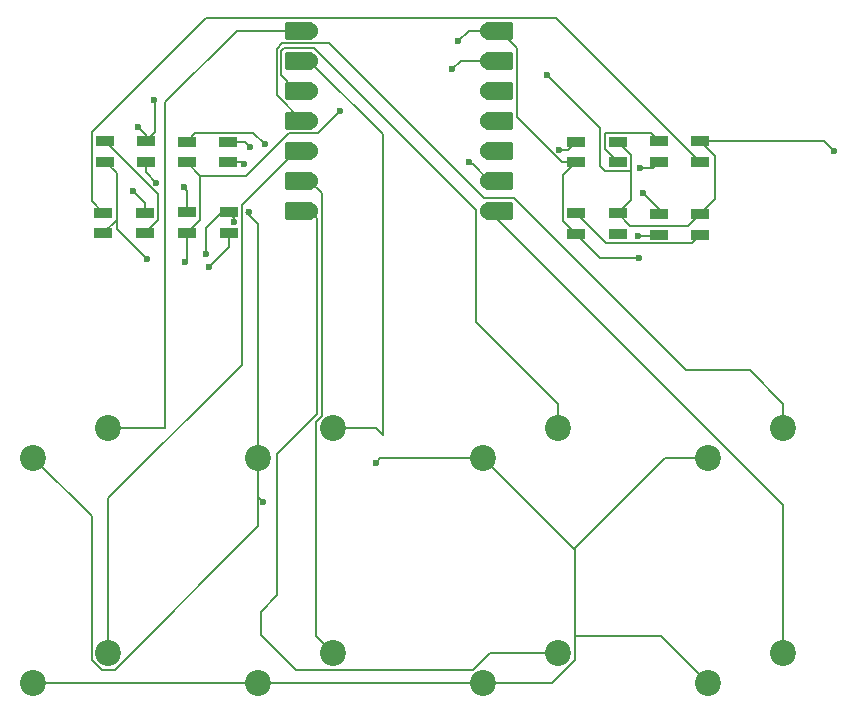
<source format=gbr>
%TF.GenerationSoftware,KiCad,Pcbnew,9.0.6*%
%TF.CreationDate,2025-12-07T16:29:36+00:00*%
%TF.ProjectId,flightsimhackpad,666c6967-6874-4736-996d-6861636b7061,rev?*%
%TF.SameCoordinates,Original*%
%TF.FileFunction,Copper,L1,Top*%
%TF.FilePolarity,Positive*%
%FSLAX46Y46*%
G04 Gerber Fmt 4.6, Leading zero omitted, Abs format (unit mm)*
G04 Created by KiCad (PCBNEW 9.0.6) date 2025-12-07 16:29:36*
%MOMM*%
%LPD*%
G01*
G04 APERTURE LIST*
G04 Aperture macros list*
%AMRoundRect*
0 Rectangle with rounded corners*
0 $1 Rounding radius*
0 $2 $3 $4 $5 $6 $7 $8 $9 X,Y pos of 4 corners*
0 Add a 4 corners polygon primitive as box body*
4,1,4,$2,$3,$4,$5,$6,$7,$8,$9,$2,$3,0*
0 Add four circle primitives for the rounded corners*
1,1,$1+$1,$2,$3*
1,1,$1+$1,$4,$5*
1,1,$1+$1,$6,$7*
1,1,$1+$1,$8,$9*
0 Add four rect primitives between the rounded corners*
20,1,$1+$1,$2,$3,$4,$5,0*
20,1,$1+$1,$4,$5,$6,$7,0*
20,1,$1+$1,$6,$7,$8,$9,0*
20,1,$1+$1,$8,$9,$2,$3,0*%
G04 Aperture macros list end*
%TA.AperFunction,ComponentPad*%
%ADD10C,2.200000*%
%TD*%
%TA.AperFunction,SMDPad,CuDef*%
%ADD11R,1.600000X0.850000*%
%TD*%
%TA.AperFunction,SMDPad,CuDef*%
%ADD12RoundRect,0.152400X1.063600X0.609600X-1.063600X0.609600X-1.063600X-0.609600X1.063600X-0.609600X0*%
%TD*%
%TA.AperFunction,ComponentPad*%
%ADD13C,1.524000*%
%TD*%
%TA.AperFunction,SMDPad,CuDef*%
%ADD14RoundRect,0.152400X-1.063600X-0.609600X1.063600X-0.609600X1.063600X0.609600X-1.063600X0.609600X0*%
%TD*%
%TA.AperFunction,ViaPad*%
%ADD15C,0.600000*%
%TD*%
%TA.AperFunction,Conductor*%
%ADD16C,0.200000*%
%TD*%
G04 APERTURE END LIST*
D10*
%TO.P,SW7,1,1*%
%TO.N,GND*%
X126206250Y-161925000D03*
%TO.P,SW7,2,2*%
%TO.N,Net-(U1-GPIO0{slash}TX)*%
X132556250Y-159385000D03*
%TD*%
D11*
%TO.P,D4,1,DOUT*%
%TO.N,Net-(D4-DOUT)*%
X97650000Y-117785000D03*
%TO.P,D4,2,VSS*%
%TO.N,GND*%
X97650000Y-116035000D03*
%TO.P,D4,3,DIN*%
%TO.N,Net-(D3-DOUT)*%
X94150000Y-116035000D03*
%TO.P,D4,4,VDD*%
%TO.N,+5V*%
X94150000Y-117785000D03*
%TD*%
D12*
%TO.P,U1,1,GPIO26/ADC0/A0*%
%TO.N,Net-(U1-GPIO26{slash}ADC0{slash}A0)*%
X110607500Y-106680000D03*
D13*
X111442500Y-106680000D03*
D12*
%TO.P,U1,2,GPIO27/ADC1/A1*%
%TO.N,Net-(U1-GPIO27{slash}ADC1{slash}A1)*%
X110607500Y-109220000D03*
D13*
X111442500Y-109220000D03*
D12*
%TO.P,U1,3,GPIO28/ADC2/A2*%
%TO.N,Net-(U1-GPIO28{slash}ADC2{slash}A2)*%
X110607500Y-111760000D03*
D13*
X111442500Y-111760000D03*
D12*
%TO.P,U1,4,GPIO29/ADC3/A3*%
%TO.N,Net-(U1-GPIO29{slash}ADC3{slash}A3)*%
X110607500Y-114300000D03*
D13*
X111442500Y-114300000D03*
D12*
%TO.P,U1,5,GPIO6/SDA*%
%TO.N,Net-(U1-GPIO6{slash}SDA)*%
X110607500Y-116840000D03*
D13*
X111442500Y-116840000D03*
D12*
%TO.P,U1,6,GPIO7/SCL*%
%TO.N,Net-(U1-GPIO7{slash}SCL)*%
X110607500Y-119380000D03*
D13*
X111442500Y-119380000D03*
D12*
%TO.P,U1,7,GPIO0/TX*%
%TO.N,Net-(U1-GPIO0{slash}TX)*%
X110607500Y-121920000D03*
D13*
X111442500Y-121920000D03*
%TO.P,U1,8,GPIO1/RX*%
%TO.N,Net-(U1-GPIO1{slash}RX)*%
X126682500Y-121920000D03*
D14*
X127517500Y-121920000D03*
D13*
%TO.P,U1,9,GPIO2/SCK*%
%TO.N,Net-(D5-DIN)*%
X126682500Y-119380000D03*
D14*
X127517500Y-119380000D03*
D13*
%TO.P,U1,10,GPIO4/MISO*%
%TO.N,unconnected-(U1-GPIO4{slash}MISO-Pad10)*%
X126682500Y-116840000D03*
D14*
X127517500Y-116840000D03*
D13*
%TO.P,U1,11,GPIO3/MOSI*%
%TO.N,unconnected-(U1-GPIO3{slash}MOSI-Pad11)*%
X126682500Y-114300000D03*
D14*
X127517500Y-114300000D03*
D13*
%TO.P,U1,12,3V3*%
%TO.N,unconnected-(U1-3V3-Pad12)*%
X126682500Y-111760000D03*
D14*
X127517500Y-111760000D03*
D13*
%TO.P,U1,13,GND*%
%TO.N,GND*%
X126682500Y-109220000D03*
D14*
X127517500Y-109220000D03*
D13*
%TO.P,U1,14,VBUS*%
%TO.N,+5V*%
X126682500Y-106680000D03*
D14*
X127517500Y-106680000D03*
%TD*%
D11*
%TO.P,D3,1,DOUT*%
%TO.N,Net-(D3-DOUT)*%
X97530000Y-123855000D03*
%TO.P,D3,2,VSS*%
%TO.N,GND*%
X97530000Y-122105000D03*
%TO.P,D3,3,DIN*%
%TO.N,Net-(D2-DOUT)*%
X94030000Y-122105000D03*
%TO.P,D3,4,VDD*%
%TO.N,+5V*%
X94030000Y-123855000D03*
%TD*%
D10*
%TO.P,SW3,1,1*%
%TO.N,GND*%
X126206250Y-142875000D03*
%TO.P,SW3,2,2*%
%TO.N,Net-(U1-GPIO28{slash}ADC2{slash}A2)*%
X132556250Y-140335000D03*
%TD*%
%TO.P,SW6,1,1*%
%TO.N,GND*%
X107156250Y-161925000D03*
%TO.P,SW6,2,2*%
%TO.N,Net-(U1-GPIO7{slash}SCL)*%
X113506250Y-159385000D03*
%TD*%
D11*
%TO.P,D6,1,DOUT*%
%TO.N,unconnected-(D6-DOUT-Pad1)*%
X137570000Y-123900000D03*
%TO.P,D6,2,VSS*%
%TO.N,GND*%
X137570000Y-122150000D03*
%TO.P,D6,3,DIN*%
%TO.N,Net-(D6-DIN)*%
X134070000Y-122150000D03*
%TO.P,D6,4,VDD*%
%TO.N,+5V*%
X134070000Y-123900000D03*
%TD*%
D10*
%TO.P,SW2,1,1*%
%TO.N,GND*%
X107156250Y-142875000D03*
%TO.P,SW2,2,2*%
%TO.N,Net-(U1-GPIO27{slash}ADC1{slash}A1)*%
X113506250Y-140335000D03*
%TD*%
D11*
%TO.P,D1,1,DOUT*%
%TO.N,Net-(D1-DOUT)*%
X137570000Y-117830000D03*
%TO.P,D1,2,VSS*%
%TO.N,GND*%
X137570000Y-116080000D03*
%TO.P,D1,3,DIN*%
%TO.N,Net-(D1-DIN)*%
X134070000Y-116080000D03*
%TO.P,D1,4,VDD*%
%TO.N,+5V*%
X134070000Y-117830000D03*
%TD*%
%TO.P,D2,1,DOUT*%
%TO.N,Net-(D2-DOUT)*%
X144570000Y-117815000D03*
%TO.P,D2,2,VSS*%
%TO.N,GND*%
X144570000Y-116065000D03*
%TO.P,D2,3,DIN*%
%TO.N,Net-(D1-DOUT)*%
X141070000Y-116065000D03*
%TO.P,D2,4,VDD*%
%TO.N,+5V*%
X141070000Y-117815000D03*
%TD*%
%TO.P,D8,1,DOUT*%
%TO.N,Net-(D7-DIN)*%
X104640000Y-123825000D03*
%TO.P,D8,2,VSS*%
%TO.N,GND*%
X104640000Y-122075000D03*
%TO.P,D8,3,DIN*%
%TO.N,Net-(D4-DOUT)*%
X101140000Y-122075000D03*
%TO.P,D8,4,VDD*%
%TO.N,+5V*%
X101140000Y-123825000D03*
%TD*%
%TO.P,D7,1,DOUT*%
%TO.N,Net-(D6-DIN)*%
X144570000Y-123955000D03*
%TO.P,D7,2,VSS*%
%TO.N,GND*%
X144570000Y-122205000D03*
%TO.P,D7,3,DIN*%
%TO.N,Net-(D7-DIN)*%
X141070000Y-122205000D03*
%TO.P,D7,4,VDD*%
%TO.N,+5V*%
X141070000Y-123955000D03*
%TD*%
D10*
%TO.P,SW1,1,1*%
%TO.N,GND*%
X88106250Y-142875000D03*
%TO.P,SW1,2,2*%
%TO.N,Net-(U1-GPIO26{slash}ADC0{slash}A0)*%
X94456250Y-140335000D03*
%TD*%
D11*
%TO.P,D5,1,DOUT*%
%TO.N,Net-(D1-DIN)*%
X104580000Y-117830000D03*
%TO.P,D5,2,VSS*%
%TO.N,GND*%
X104580000Y-116080000D03*
%TO.P,D5,3,DIN*%
%TO.N,Net-(D5-DIN)*%
X101080000Y-116080000D03*
%TO.P,D5,4,VDD*%
%TO.N,+5V*%
X101080000Y-117830000D03*
%TD*%
D10*
%TO.P,SW4,1,1*%
%TO.N,GND*%
X145256250Y-142875000D03*
%TO.P,SW4,2,2*%
%TO.N,Net-(U1-GPIO29{slash}ADC3{slash}A3)*%
X151606250Y-140335000D03*
%TD*%
%TO.P,SW5,1,1*%
%TO.N,GND*%
X88106250Y-161925000D03*
%TO.P,SW5,2,2*%
%TO.N,Net-(U1-GPIO6{slash}SDA)*%
X94456250Y-159385000D03*
%TD*%
%TO.P,SW8,1,1*%
%TO.N,GND*%
X145256250Y-161925000D03*
%TO.P,SW8,2,2*%
%TO.N,Net-(U1-GPIO1{slash}RX)*%
X151606250Y-159385000D03*
%TD*%
D15*
%TO.N,Net-(D1-DIN)*%
X132630000Y-116780000D03*
X105960000Y-117940000D03*
%TO.N,+5V*%
X139360000Y-125900000D03*
X100910000Y-126260000D03*
X139460000Y-118280000D03*
X114060000Y-113480000D03*
X124080000Y-107600000D03*
X97750000Y-126060000D03*
X139330000Y-124060000D03*
%TO.N,GND*%
X107540000Y-146600000D03*
X131590000Y-110440000D03*
X106470000Y-116520000D03*
X102700000Y-125560000D03*
X96500000Y-120240000D03*
X96950000Y-114820000D03*
X123520000Y-109960000D03*
X117080000Y-143260000D03*
X155870000Y-116910000D03*
X106341000Y-122060000D03*
X105110000Y-122899998D03*
X98320000Y-112600000D03*
%TO.N,Net-(D4-DOUT)*%
X100820000Y-119910000D03*
X98516765Y-119553235D03*
%TO.N,Net-(D5-DIN)*%
X107680000Y-116320000D03*
X124950000Y-117770000D03*
%TO.N,Net-(D7-DIN)*%
X102980000Y-126700000D03*
X139720000Y-120410000D03*
%TD*%
D16*
%TO.N,Net-(D1-DIN)*%
X105850000Y-117830000D02*
X105960000Y-117940000D01*
X132630000Y-116780000D02*
X133370000Y-116780000D01*
X133370000Y-116780000D02*
X134070000Y-116080000D01*
X104580000Y-117830000D02*
X105850000Y-117830000D01*
%TO.N,+5V*%
X102241000Y-122724000D02*
X102241000Y-118991000D01*
X134070000Y-123900000D02*
X136070000Y-125900000D01*
X125000000Y-106680000D02*
X126682500Y-106680000D01*
X95150000Y-123460000D02*
X97750000Y-126060000D01*
X94150000Y-117785000D02*
X95150000Y-118785000D01*
X140605000Y-118280000D02*
X141070000Y-117815000D01*
X124080000Y-107600000D02*
X125000000Y-106680000D01*
X95150000Y-122735000D02*
X94030000Y-123855000D01*
X95150000Y-118785000D02*
X95150000Y-122735000D01*
X102241000Y-118991000D02*
X101080000Y-117830000D01*
X139330000Y-124060000D02*
X140965000Y-124060000D01*
X102241000Y-118991000D02*
X106137874Y-118991000D01*
X109765874Y-115363000D02*
X112177000Y-115363000D01*
X139460000Y-118280000D02*
X140605000Y-118280000D01*
X132969000Y-118931000D02*
X132969000Y-122799000D01*
X129034500Y-108197000D02*
X127517500Y-106680000D01*
X129034500Y-114034443D02*
X129034500Y-108197000D01*
X140965000Y-124060000D02*
X141070000Y-123955000D01*
X95150000Y-118785000D02*
X95150000Y-123460000D01*
X132969000Y-122799000D02*
X134070000Y-123900000D01*
X136070000Y-125900000D02*
X139360000Y-125900000D01*
X100910000Y-126260000D02*
X101140000Y-126030000D01*
X112177000Y-115363000D02*
X114060000Y-113480000D01*
X132830057Y-117830000D02*
X129034500Y-114034443D01*
X134070000Y-117830000D02*
X132830057Y-117830000D01*
X134070000Y-117830000D02*
X132969000Y-118931000D01*
X106137874Y-118991000D02*
X109765874Y-115363000D01*
X101140000Y-126030000D02*
X101140000Y-123825000D01*
X101140000Y-123825000D02*
X102241000Y-122724000D01*
%TO.N,GND*%
X138671000Y-121049000D02*
X138671000Y-117181000D01*
X133957250Y-150626000D02*
X133875625Y-150544375D01*
X105110000Y-122545000D02*
X104640000Y-122075000D01*
X102700000Y-125560000D02*
X102700000Y-123430000D01*
X93055250Y-159965314D02*
X93055250Y-147824000D01*
X93875936Y-160786000D02*
X93055250Y-159965314D01*
X126206250Y-161925000D02*
X131997564Y-161925000D01*
X123520000Y-109960000D02*
X123550000Y-109960000D01*
X145850000Y-117345000D02*
X145850000Y-120925000D01*
X117465000Y-142875000D02*
X117080000Y-143260000D01*
X107156250Y-142875000D02*
X107156250Y-123089250D01*
X93055250Y-147824000D02*
X88106250Y-142875000D01*
X105110000Y-122899998D02*
X105110000Y-122545000D01*
X107156250Y-148666314D02*
X95036564Y-160786000D01*
X104580000Y-116080000D02*
X106030000Y-116080000D01*
X131997564Y-161925000D02*
X133957250Y-159965314D01*
X124290000Y-109220000D02*
X126682500Y-109220000D01*
X97650000Y-115520000D02*
X96950000Y-114820000D01*
X133957250Y-159965314D02*
X133957250Y-157950000D01*
X126206250Y-142875000D02*
X117465000Y-142875000D01*
X95036564Y-160786000D02*
X93875936Y-160786000D01*
X106142000Y-122075000D02*
X106157000Y-122060000D01*
X88106250Y-161925000D02*
X107156250Y-161925000D01*
X106157000Y-122060000D02*
X106341000Y-122060000D01*
X143546000Y-123229000D02*
X138649000Y-123229000D01*
X102700000Y-123430000D02*
X104055000Y-122075000D01*
X138671000Y-117181000D02*
X137570000Y-116080000D01*
X155870000Y-116910000D02*
X155025000Y-116065000D01*
X123550000Y-109960000D02*
X124290000Y-109220000D01*
X138671000Y-117181000D02*
X138671000Y-118556000D01*
X137570000Y-122150000D02*
X138671000Y-121049000D01*
X104055000Y-122075000D02*
X104640000Y-122075000D01*
X155870000Y-116980000D02*
X155840000Y-117010000D01*
X141281250Y-157950000D02*
X133957250Y-157950000D01*
X144570000Y-122205000D02*
X143546000Y-123229000D01*
X144570000Y-116065000D02*
X145850000Y-117345000D01*
X98420000Y-112700000D02*
X98320000Y-112600000D01*
X155870000Y-116910000D02*
X155870000Y-116980000D01*
X136068000Y-118155000D02*
X136068000Y-114918000D01*
X97530000Y-121270000D02*
X96500000Y-120240000D01*
X145256250Y-142875000D02*
X141545000Y-142875000D01*
X107156250Y-142875000D02*
X107156250Y-148666314D01*
X138671000Y-118556000D02*
X136469000Y-118556000D01*
X98420000Y-115265000D02*
X98420000Y-112700000D01*
X155025000Y-116065000D02*
X144570000Y-116065000D01*
X145256250Y-161925000D02*
X141281250Y-157950000D01*
X136469000Y-118556000D02*
X136068000Y-118155000D01*
X138649000Y-123229000D02*
X137570000Y-122150000D01*
X97650000Y-116035000D02*
X98420000Y-115265000D01*
X106030000Y-116080000D02*
X106470000Y-116520000D01*
X107156250Y-123089250D02*
X106142000Y-122075000D01*
X145850000Y-120925000D02*
X144570000Y-122205000D01*
X97530000Y-122105000D02*
X97530000Y-121270000D01*
X133957250Y-157950000D02*
X133957250Y-150626000D01*
X107156250Y-146216250D02*
X107156250Y-142875000D01*
X141545000Y-142875000D02*
X133875625Y-150544375D01*
X107156250Y-161925000D02*
X126206250Y-161925000D01*
X107540000Y-146600000D02*
X107156250Y-146216250D01*
X136068000Y-114918000D02*
X131590000Y-110440000D01*
X97650000Y-116035000D02*
X97650000Y-115520000D01*
X133875625Y-150544375D02*
X126206250Y-142875000D01*
%TO.N,Net-(D1-DOUT)*%
X140359000Y-115354000D02*
X141070000Y-116065000D01*
X137570000Y-117830000D02*
X136469000Y-116729000D01*
X136469000Y-115354000D02*
X140359000Y-115354000D01*
X136469000Y-116729000D02*
X136469000Y-115354000D01*
%TO.N,Net-(D2-DOUT)*%
X94030000Y-122105000D02*
X93049000Y-121124000D01*
X132372000Y-105617000D02*
X144570000Y-117815000D01*
X93049000Y-115309000D02*
X102741000Y-105617000D01*
X102741000Y-105617000D02*
X132372000Y-105617000D01*
X93049000Y-121124000D02*
X93049000Y-115309000D01*
%TO.N,Net-(D3-DOUT)*%
X94150000Y-116035000D02*
X98640000Y-120525000D01*
X98640000Y-120525000D02*
X98640000Y-122745000D01*
X98640000Y-122745000D02*
X97530000Y-123855000D01*
%TO.N,Net-(D4-DOUT)*%
X101140000Y-122075000D02*
X101140000Y-120230000D01*
X98516765Y-119553235D02*
X97650000Y-118686470D01*
X97650000Y-118686470D02*
X97650000Y-117785000D01*
X101140000Y-120230000D02*
X100820000Y-119910000D01*
%TO.N,Net-(D5-DIN)*%
X124950000Y-117770000D02*
X125170000Y-117990000D01*
X125292500Y-117990000D02*
X126682500Y-119380000D01*
X106714000Y-115354000D02*
X107680000Y-116320000D01*
X101806000Y-115354000D02*
X106714000Y-115354000D01*
X125170000Y-117990000D02*
X125292500Y-117990000D01*
X101080000Y-116080000D02*
X101806000Y-115354000D01*
%TO.N,Net-(D6-DIN)*%
X144570000Y-123955000D02*
X143844000Y-124681000D01*
X136601000Y-124681000D02*
X134070000Y-122150000D01*
X143844000Y-124681000D02*
X136601000Y-124681000D01*
%TO.N,Net-(D7-DIN)*%
X141070000Y-122205000D02*
X141070000Y-121760000D01*
X102980000Y-126700000D02*
X104640000Y-125040000D01*
X104640000Y-125040000D02*
X104640000Y-123825000D01*
X141070000Y-121760000D02*
X139720000Y-120410000D01*
%TO.N,Net-(U1-GPIO26{slash}ADC0{slash}A0)*%
X105332000Y-106680000D02*
X99260000Y-112752000D01*
X111442500Y-106680000D02*
X105332000Y-106680000D01*
X99255000Y-140335000D02*
X94456250Y-140335000D01*
X99260000Y-140340000D02*
X99255000Y-140335000D01*
X99260000Y-112752000D02*
X99260000Y-140340000D01*
%TO.N,Net-(U1-GPIO27{slash}ADC1{slash}A1)*%
X117115000Y-140335000D02*
X113506250Y-140335000D01*
X117700000Y-115477500D02*
X117700000Y-140920000D01*
X117700000Y-140920000D02*
X117115000Y-140335000D01*
X111442500Y-109220000D02*
X117700000Y-115477500D01*
%TO.N,Net-(U1-GPIO28{slash}ADC2{slash}A2)*%
X110364870Y-111760000D02*
X109090500Y-110485630D01*
X132556250Y-138280184D02*
X132556250Y-140335000D01*
X125619500Y-131343434D02*
X132556250Y-138280184D01*
X109351874Y-108157000D02*
X111882810Y-108157000D01*
X111882810Y-108157000D02*
X125619500Y-121893690D01*
X109090500Y-108418374D02*
X109351874Y-108157000D01*
X109090500Y-110485630D02*
X109090500Y-108418374D01*
X125619500Y-121893690D02*
X125619500Y-131343434D01*
X111442500Y-111760000D02*
X110364870Y-111760000D01*
%TO.N,Net-(U1-GPIO29{slash}ADC3{slash}A3)*%
X151606250Y-138280184D02*
X151606250Y-140335000D01*
X111442500Y-114300000D02*
X110828874Y-114300000D01*
X128773126Y-120857000D02*
X143360126Y-135444000D01*
X148770066Y-135444000D02*
X151606250Y-138280184D01*
X109185774Y-107756000D02*
X113141190Y-107756000D01*
X110828874Y-114300000D02*
X108689500Y-112160626D01*
X108689500Y-112160626D02*
X108689500Y-108252274D01*
X143360126Y-135444000D02*
X148770066Y-135444000D01*
X108689500Y-108252274D02*
X109185774Y-107756000D01*
X126242190Y-120857000D02*
X128773126Y-120857000D01*
X113141190Y-107756000D02*
X126242190Y-120857000D01*
%TO.N,Net-(U1-GPIO6{slash}SDA)*%
X94456250Y-146256530D02*
X94456250Y-159385000D01*
X105741000Y-134971780D02*
X94456250Y-146256530D01*
X110364870Y-116840000D02*
X105741000Y-121463870D01*
X105741000Y-121463870D02*
X105741000Y-134971780D01*
X111442500Y-116840000D02*
X110364870Y-116840000D01*
%TO.N,Net-(U1-GPIO7{slash}SCL)*%
X112047250Y-157926000D02*
X113506250Y-159385000D01*
X112047250Y-139812686D02*
X112047250Y-157926000D01*
X112505500Y-139354436D02*
X112047250Y-139812686D01*
X111442500Y-119380000D02*
X112505500Y-120443000D01*
X112505500Y-120443000D02*
X112505500Y-139354436D01*
%TO.N,Net-(U1-GPIO0{slash}TX)*%
X107345250Y-157818816D02*
X110312434Y-160786000D01*
X112104500Y-139188336D02*
X108722434Y-142570402D01*
X110312434Y-160786000D02*
X125363936Y-160786000D01*
X112104500Y-122582000D02*
X112104500Y-139188336D01*
X107345250Y-155871184D02*
X107345250Y-157818816D01*
X108722434Y-142570402D02*
X108722434Y-154494000D01*
X111442500Y-121920000D02*
X112104500Y-122582000D01*
X126764936Y-159385000D02*
X132556250Y-159385000D01*
X125363936Y-160786000D02*
X126764936Y-159385000D01*
X108722434Y-154494000D02*
X107345250Y-155871184D01*
%TO.N,Net-(U1-GPIO1{slash}RX)*%
X151606250Y-146843750D02*
X151606250Y-159385000D01*
X126682500Y-121920000D02*
X151606250Y-146843750D01*
%TD*%
M02*

</source>
